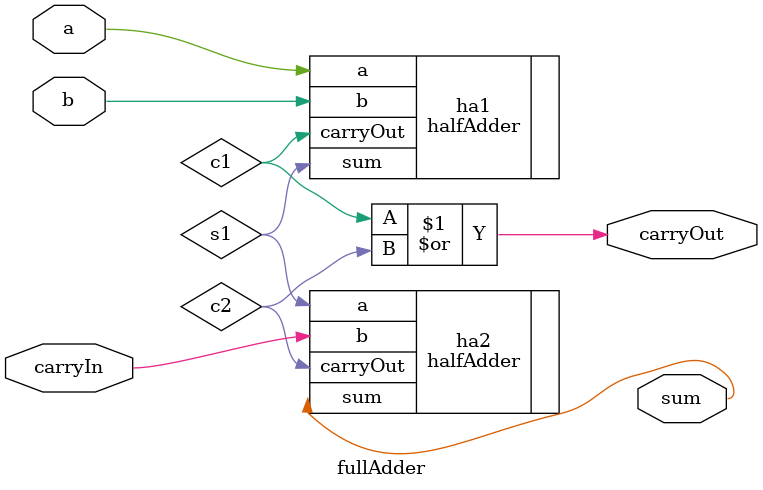
<source format=v>
/*
 * Assignment	  : 1
 * Problem No.	: 1
 * Semester		  : Autumn 2021 
 * Group 		    : 46
 * Name1 		    : Neha Dalmia
 * RollNumber1 	: 19CS30055
 * Name2 		    : Rajat Bachhawat
 * RollNumber2 	: 19CS10073
 */

`timescale 1ns / 1ps

// Full adder module implementation (using half adders)
module fullAdder(
  output sum, carryOut,	// single bit outputs consisting of sum and carry
  input a, b, carryIn  // input bits
  );
  
  wire s1, c1, c2;

  /*
  Logic
  
  sum = (a^b)^c
  carry = a&b + c&(a^b)
  s1 = a^b (first half adder)
  c1 = a&b (first half adder)
  c2 = carryIn&(a^b) (second half adder)
  sum = (a^b)^c = s1 xor carryIn (second half adder)
  carry = c1 or c2
  */
  
  halfAdder ha1(.sum(s1), .carryOut(c1), .a(a), .b(b));	
  halfAdder ha2(.sum(sum), .carryOut(c2), .a(s1), .b(carryIn));
  assign carryOut = c1 | c2;  // sum and carryOut wires  contain the sum and carry
endmodule // fullAdder
</source>
